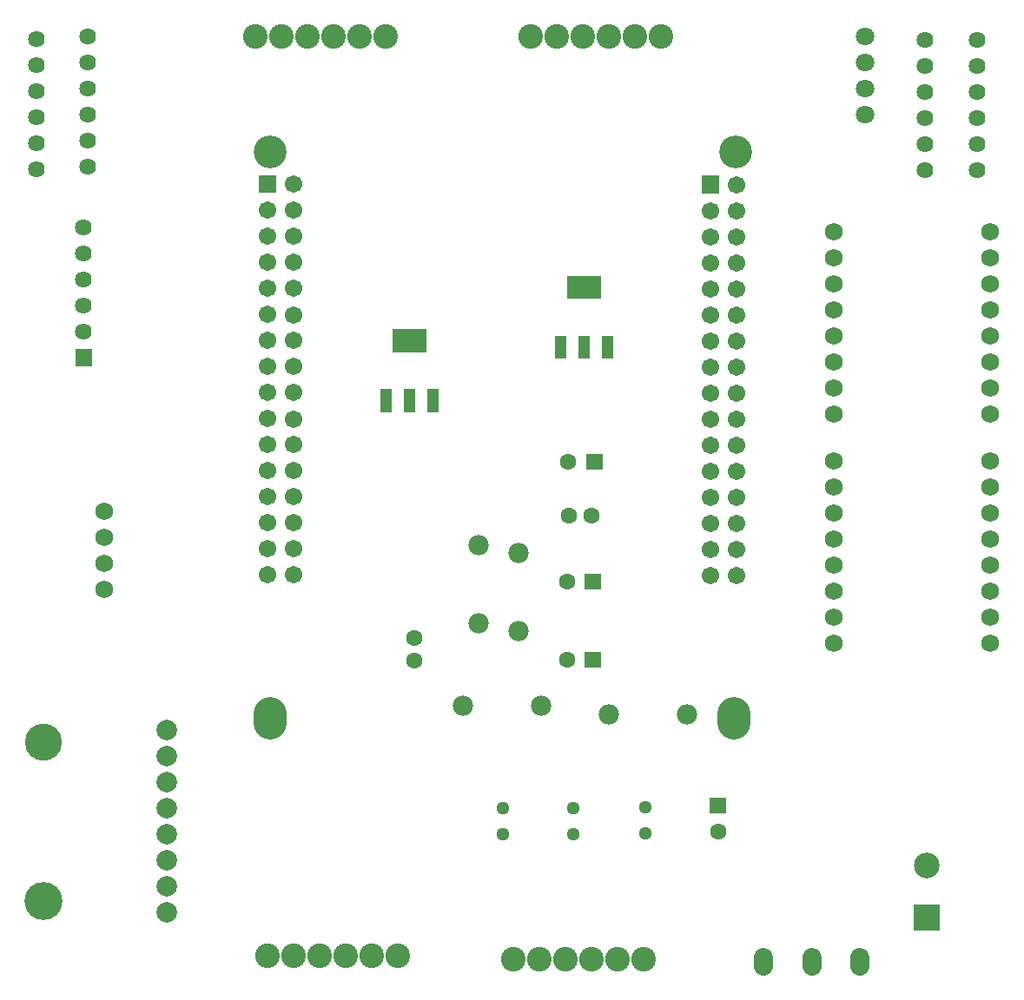
<source format=gts>
G04 Layer: TopSolderMaskLayer*
G04 EasyEDA v6.5.8, 2022-07-15 11:59:49*
G04 d1191fb9e1b14548bd0f93557d019ec9,639d141a17be428fa5966410475b8b1a,10*
G04 Gerber Generator version 0.2*
G04 Scale: 100 percent, Rotated: No, Reflected: No *
G04 Dimensions in millimeters *
G04 leading zeros omitted , absolute positions ,4 integer and 5 decimal *
%FSLAX45Y45*%
%MOMM*%

%ADD10C,3.2032*%
%ADD11C,1.9000*%
%ADD12C,1.6017*%
%ADD13C,1.2954*%
%ADD14C,2.5016*%
%ADD15C,1.6016*%
%ADD16C,1.6256*%
%ADD17C,1.7032*%
%ADD18C,2.4032*%
%ADD19C,1.8032*%
%ADD20C,1.7516*%
%ADD21C,1.9812*%
%ADD22C,1.7272*%
%ADD23C,2.0032*%
%ADD24C,3.7032*%
%ADD25C,3.6016*%
%ADD26C,0.0171*%

%LPD*%
D10*
X2628900Y-7100100D02*
G01*
X2628900Y-7200099D01*
X7150100Y-7100100D02*
G01*
X7150100Y-7200099D01*
D11*
X8382101Y-9570001D02*
G01*
X8382101Y-9480001D01*
X7912100Y-9570001D02*
G01*
X7912100Y-9480001D01*
X7442098Y-9570001D02*
G01*
X7442098Y-9480001D01*
D12*
G01*
X6997700Y-8255000D03*
G36*
X6917690Y-8081010D02*
G01*
X6917690Y-7920989D01*
X7077709Y-7920989D01*
X7077709Y-8081010D01*
G37*
G01*
X5524500Y-6578600D03*
G36*
X5698490Y-6658610D02*
G01*
X5698490Y-6498589D01*
X5858509Y-6498589D01*
X5858509Y-6658610D01*
G37*
G01*
X5524500Y-5816600D03*
G36*
X5698490Y-5896610D02*
G01*
X5698490Y-5736589D01*
X5858509Y-5736589D01*
X5858509Y-5896610D01*
G37*
G01*
X5537200Y-4648200D03*
G36*
X5711190Y-4728210D02*
G01*
X5711190Y-4568189D01*
X5871209Y-4568189D01*
X5871209Y-4728210D01*
G37*
D13*
G01*
X4902200Y-8280400D03*
G01*
X4902200Y-8026400D03*
G01*
X5588000Y-8280400D03*
G01*
X5588000Y-8026400D03*
G01*
X6286500Y-8267700D03*
G01*
X6286500Y-8013700D03*
G36*
X8904731Y-9218168D02*
G01*
X8904731Y-8968231D01*
X9154668Y-8968231D01*
X9154668Y-9218168D01*
G37*
D14*
G01*
X9029700Y-8585200D03*
D15*
G01*
X4038600Y-6589496D03*
G01*
X4038600Y-6364503D03*
G01*
X5539003Y-5168900D03*
G01*
X5763996Y-5168900D03*
G36*
X731520Y-3713479D02*
G01*
X731520Y-3550920D01*
X894079Y-3550920D01*
X894079Y-3713479D01*
G37*
D16*
G01*
X812800Y-3378200D03*
G01*
X812800Y-3124200D03*
G01*
X812800Y-2870200D03*
G01*
X812800Y-2616200D03*
G01*
X812800Y-2362200D03*
D10*
G01*
X2629534Y-1625600D03*
G01*
X7163434Y-1625600D03*
D17*
G01*
X7176134Y-5499100D03*
G01*
X6922134Y-5499100D03*
G01*
X7176134Y-5245100D03*
G01*
X6922134Y-5245100D03*
G01*
X7176134Y-4991100D03*
G01*
X6922134Y-4991100D03*
G01*
X7176134Y-4737100D03*
G01*
X6922134Y-4737100D03*
G01*
X7176134Y-4483100D03*
G01*
X6922134Y-4483100D03*
G01*
X7176134Y-4229100D03*
G01*
X6922134Y-4229100D03*
G01*
X7176134Y-3975100D03*
G01*
X6922134Y-3975100D03*
G01*
X7176134Y-3721100D03*
G01*
X6922134Y-3721100D03*
G01*
X7176134Y-3467100D03*
G01*
X6922134Y-3467100D03*
G01*
X7176134Y-3213100D03*
G01*
X6922134Y-3213100D03*
G01*
X7176134Y-2959100D03*
G01*
X6922134Y-2959100D03*
G01*
X7176134Y-2705100D03*
G01*
X6922134Y-2705100D03*
G01*
X7176134Y-2451100D03*
G01*
X6922134Y-2451100D03*
G01*
X7176134Y-2197100D03*
G01*
X6922134Y-2197100D03*
G01*
X7176134Y-1943100D03*
G36*
X6836918Y-2028189D02*
G01*
X6836918Y-1858010D01*
X7007352Y-1858010D01*
X7007352Y-2028189D01*
G37*
G01*
X2856865Y-5496229D03*
G01*
X2602865Y-5496229D03*
G01*
X2856865Y-5242229D03*
G01*
X2602865Y-5242229D03*
G01*
X2856865Y-4988229D03*
G01*
X2602865Y-4988229D03*
G01*
X2856865Y-4734229D03*
G01*
X2602865Y-4734229D03*
G01*
X2856865Y-4480229D03*
G01*
X2602865Y-4480229D03*
G01*
X2857500Y-4229100D03*
G01*
X2602865Y-4226229D03*
G01*
X2856865Y-3972229D03*
G01*
X2602865Y-3972229D03*
G01*
X2856865Y-3718229D03*
G01*
X2602865Y-3718229D03*
G01*
X2856865Y-3464229D03*
G01*
X2602865Y-3464229D03*
G01*
X2857500Y-3213100D03*
G01*
X2602865Y-3210229D03*
G01*
X2856865Y-2956229D03*
G01*
X2602865Y-2956229D03*
G01*
X2856865Y-2702229D03*
G01*
X2602865Y-2702229D03*
G01*
X2856865Y-2448229D03*
G01*
X2602865Y-2448229D03*
G01*
X2856865Y-2194229D03*
G01*
X2602865Y-2194229D03*
G01*
X2856865Y-1940229D03*
G36*
X2517647Y-2025395D02*
G01*
X2517647Y-1854962D01*
X2688081Y-1854962D01*
X2688081Y-2025395D01*
G37*
G01*
X2602865Y-5750229D03*
G01*
X2856865Y-5750229D03*
G01*
X6922134Y-5753100D03*
G01*
X7176134Y-5753100D03*
D18*
G01*
X6438900Y-495300D03*
G01*
X6184900Y-495300D03*
G01*
X5930900Y-495300D03*
G01*
X5676900Y-495300D03*
G01*
X5422900Y-495300D03*
G01*
X5168900Y-495300D03*
G01*
X3759200Y-495300D03*
G01*
X3505200Y-495300D03*
G01*
X3251200Y-495300D03*
G01*
X2997200Y-495300D03*
G01*
X2743200Y-495300D03*
G01*
X2489200Y-495300D03*
G01*
X5003800Y-9499600D03*
G01*
X5257800Y-9499600D03*
G01*
X5511800Y-9499600D03*
G01*
X5765800Y-9499600D03*
G01*
X6019800Y-9499600D03*
G01*
X6273800Y-9499600D03*
G01*
X2603500Y-9461500D03*
G01*
X2857500Y-9461500D03*
G01*
X3111500Y-9461500D03*
G01*
X3365500Y-9461500D03*
G01*
X3619500Y-9461500D03*
G01*
X3873500Y-9461500D03*
D19*
G01*
X8432800Y-1257300D03*
G01*
X8432800Y-1003300D03*
G01*
X8432800Y-749300D03*
G01*
X8432800Y-495300D03*
D20*
G01*
X1016127Y-5892800D03*
G01*
X1016127Y-5638800D03*
G01*
X1016127Y-5384800D03*
G01*
X1015872Y-5130800D03*
D16*
G01*
X355600Y-523595D03*
G01*
X355600Y-777595D03*
G01*
X355600Y-1031595D03*
G01*
X355600Y-1285595D03*
G01*
X355600Y-1539595D03*
G01*
X355600Y-1793595D03*
G01*
X9525000Y-536295D03*
G01*
X9525000Y-790295D03*
G01*
X9525000Y-1044295D03*
G01*
X9525000Y-1298295D03*
G01*
X9525000Y-1552295D03*
G01*
X9525000Y-1806295D03*
G01*
X850900Y-498195D03*
G01*
X850900Y-752195D03*
G01*
X850900Y-1006195D03*
G01*
X850900Y-1260195D03*
G01*
X850900Y-1514195D03*
G01*
X850900Y-1768195D03*
G01*
X9017000Y-536295D03*
G01*
X9017000Y-790295D03*
G01*
X9017000Y-1044295D03*
G01*
X9017000Y-1298295D03*
G01*
X9017000Y-1552295D03*
G01*
X9017000Y-1806295D03*
D21*
G01*
X5270500Y-7023100D03*
G01*
X4508500Y-7023100D03*
G01*
X6692900Y-7112000D03*
G01*
X5930900Y-7112000D03*
G01*
X5054600Y-5537200D03*
G01*
X5054600Y-6299200D03*
G01*
X4660900Y-6223000D03*
G01*
X4660900Y-5461000D03*
D22*
G01*
X9652000Y-2908300D03*
G01*
X9652000Y-2654300D03*
G01*
X9652000Y-2400300D03*
G01*
X9652000Y-3162300D03*
G01*
X9652000Y-3416300D03*
G01*
X9652000Y-3670300D03*
G01*
X9652000Y-3924300D03*
G01*
X9652000Y-4178300D03*
G01*
X8128000Y-4178300D03*
G01*
X8128000Y-3924300D03*
G01*
X8128000Y-3670300D03*
G01*
X8128000Y-3416300D03*
G01*
X8128000Y-3162300D03*
G01*
X8128000Y-2908300D03*
G01*
X8128000Y-2654300D03*
G01*
X8128000Y-2400300D03*
G01*
X9652000Y-5143500D03*
G01*
X9652000Y-4889500D03*
G01*
X9652000Y-4635500D03*
G01*
X9652000Y-5397500D03*
G01*
X9652000Y-5651500D03*
G01*
X9652000Y-5905500D03*
G01*
X9652000Y-6159500D03*
G01*
X9652000Y-6413500D03*
G01*
X8128000Y-6413500D03*
G01*
X8128000Y-6159500D03*
G01*
X8128000Y-5905500D03*
G01*
X8128000Y-5651500D03*
G01*
X8128000Y-5397500D03*
G01*
X8128000Y-5143500D03*
G01*
X8128000Y-4889500D03*
G01*
X8128000Y-4635500D03*
D23*
G01*
X1625600Y-9042400D03*
G01*
X1625600Y-8788400D03*
G01*
X1625600Y-8534400D03*
G01*
X1625600Y-8280400D03*
G01*
X1625600Y-8026400D03*
G01*
X1625600Y-7772400D03*
G01*
X1625600Y-7518400D03*
G01*
X1625600Y-7264400D03*
D24*
G01*
X419100Y-8928100D03*
D25*
G01*
X419100Y-7378700D03*
G36*
X5521959Y-3058668D02*
G01*
X5521959Y-2833370D01*
X5857240Y-2833370D01*
X5857240Y-3058668D01*
G37*
G36*
X5864606Y-3643629D02*
G01*
X5864606Y-3418331D01*
X5974588Y-3418331D01*
X5974588Y-3643629D01*
G37*
G36*
X5634481Y-3643629D02*
G01*
X5634481Y-3418331D01*
X5744718Y-3418331D01*
X5744718Y-3643629D01*
G37*
G36*
X5404611Y-3643629D02*
G01*
X5404611Y-3418331D01*
X5514593Y-3418331D01*
X5514593Y-3643629D01*
G37*
G36*
X3820159Y-3579368D02*
G01*
X3820159Y-3354070D01*
X4155440Y-3354070D01*
X4155440Y-3579368D01*
G37*
G36*
X4162806Y-4164329D02*
G01*
X4162806Y-3939031D01*
X4272788Y-3939031D01*
X4272788Y-4164329D01*
G37*
G36*
X3932681Y-4164329D02*
G01*
X3932681Y-3939031D01*
X4042918Y-3939031D01*
X4042918Y-4164329D01*
G37*
G36*
X3702811Y-4164329D02*
G01*
X3702811Y-3939031D01*
X3812793Y-3939031D01*
X3812793Y-4164329D01*
G37*
M02*

</source>
